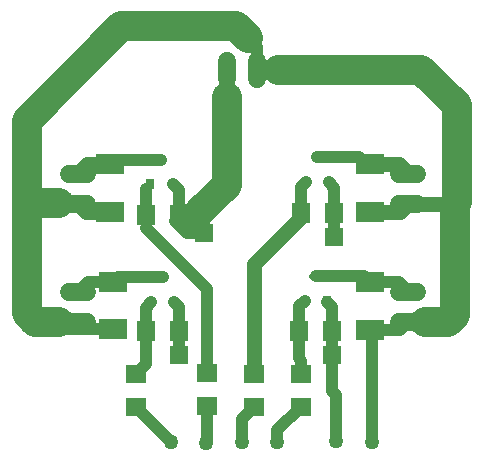
<source format=gbr>
G04 EAGLE Gerber RS-274X export*
G75*
%MOMM*%
%FSLAX34Y34*%
%LPD*%
%INBottom Copper*%
%IPPOS*%
%AMOC8*
5,1,8,0,0,1.08239X$1,22.5*%
G01*
%ADD10R,2.400000X1.800000*%
%ADD11C,1.270000*%
%ADD12C,1.524000*%
%ADD13R,0.800000X0.900000*%
%ADD14R,1.800000X1.600000*%
%ADD15R,1.600000X1.800000*%
%ADD16C,1.016000*%
%ADD17C,0.609600*%
%ADD18C,1.270000*%
%ADD19C,2.540000*%
%ADD20R,1.500000X1.500000*%


D10*
X-96346Y212904D03*
X-96346Y253404D03*
X-96316Y112747D03*
X-96316Y153247D03*
X-316234Y212618D03*
X-316234Y253118D03*
X-313705Y113318D03*
X-313705Y153818D03*
D11*
X-204725Y17668D03*
X-174771Y17811D03*
X-234958Y17557D03*
X-264813Y17704D03*
X-125156Y18944D03*
D12*
X-71563Y245227D02*
X-56323Y245227D01*
X-56323Y219827D02*
X-71563Y219827D01*
X-71458Y145250D02*
X-56218Y145250D01*
X-56218Y119850D02*
X-71458Y119850D01*
X-336227Y245219D02*
X-351467Y245219D01*
X-351467Y219819D02*
X-336227Y219819D01*
X-336305Y145252D02*
X-351545Y145252D01*
X-351545Y119852D02*
X-336305Y119852D01*
D13*
X-150338Y238072D03*
X-131338Y238072D03*
X-140838Y259072D03*
X-151705Y137736D03*
X-132705Y137736D03*
X-142205Y158736D03*
X-282379Y236156D03*
X-263379Y236156D03*
X-272879Y257156D03*
X-281392Y136554D03*
X-262392Y136554D03*
X-271892Y157554D03*
D14*
X-194703Y47890D03*
X-194703Y75890D03*
D15*
X-126505Y211823D03*
X-154505Y211823D03*
D14*
X-154644Y47911D03*
X-154644Y75911D03*
D15*
X-128655Y112397D03*
X-156655Y112397D03*
D14*
X-234568Y48159D03*
X-234568Y76159D03*
D15*
X-258177Y210531D03*
X-286177Y210531D03*
D14*
X-294637Y47987D03*
X-294637Y75987D03*
D15*
X-258246Y112040D03*
X-286246Y112040D03*
D11*
X-94385Y18405D03*
D12*
X-192300Y325670D02*
X-192300Y340910D01*
X-217700Y340910D02*
X-217700Y325670D01*
D16*
X-194703Y47890D02*
X-204725Y37868D01*
X-204725Y17668D01*
X-154505Y233905D02*
X-150338Y238072D01*
X-154505Y233905D02*
X-154505Y211823D01*
D17*
X-155971Y213290D01*
D18*
X-194703Y168587D02*
X-194703Y75890D01*
X-155971Y207319D02*
X-155971Y213290D01*
X-155971Y207319D02*
X-194703Y168587D01*
X-72120Y253404D02*
X-63943Y245227D01*
X-72120Y253404D02*
X-96346Y253404D01*
D17*
X-100114Y253404D01*
D16*
X-105782Y259072D02*
X-140838Y259072D01*
X-105782Y259072D02*
X-100114Y253404D01*
D17*
X-258177Y213290D02*
X-258177Y210531D01*
X-262392Y136554D02*
X-262392Y135682D01*
X-132705Y136383D02*
X-132705Y137736D01*
X-132705Y136383D02*
X-132705Y135995D01*
D16*
X-217700Y310000D02*
X-217700Y333290D01*
D19*
X-217700Y310000D02*
X-217700Y270000D01*
X-217700Y235590D01*
X-240000Y213290D01*
D18*
X-258177Y213290D01*
D20*
X-126532Y191267D03*
X-128830Y91618D03*
X-237226Y195371D03*
X-258315Y91484D03*
D16*
X-126532Y211795D02*
X-126505Y211823D01*
X-126532Y211795D02*
X-126532Y191267D01*
X-126505Y211823D02*
X-126505Y233239D01*
X-131338Y238072D01*
X-258177Y230955D02*
X-258177Y210531D01*
X-258177Y230955D02*
X-263379Y236156D01*
X-258246Y132408D02*
X-258246Y112040D01*
X-258246Y132408D02*
X-262392Y136554D01*
X-128655Y132333D02*
X-128655Y112397D01*
X-128655Y132333D02*
X-132705Y136383D01*
X-128830Y112222D02*
X-128830Y91618D01*
X-128830Y112222D02*
X-128655Y112397D01*
X-125156Y57434D02*
X-125156Y18944D01*
X-128830Y61107D02*
X-128830Y91618D01*
X-128830Y61107D02*
X-125156Y57434D01*
X-258315Y91484D02*
X-258315Y111972D01*
X-258246Y112040D01*
X-237226Y195371D02*
X-252386Y210531D01*
X-258177Y210531D01*
X-237226Y210516D02*
X-237226Y195371D01*
X-237226Y210516D02*
X-240000Y213290D01*
X-237226Y195371D02*
X-251339Y195371D01*
X-261146Y205178D01*
D18*
X-70866Y212904D02*
X-63943Y219827D01*
X-70866Y212904D02*
X-96346Y212904D01*
X-336646Y212618D02*
X-343847Y219819D01*
X-336646Y212618D02*
X-316234Y212618D01*
D19*
X-52860Y333290D02*
X-22860Y303290D01*
X-22860Y221022D01*
D16*
X-343847Y219819D02*
X-350611Y219819D01*
X-94385Y110816D02*
X-94385Y18405D01*
X-94385Y110816D02*
X-96316Y112747D01*
X-70941Y112747D01*
X-63838Y119850D01*
D18*
X-63943Y219827D02*
X-24055Y219827D01*
X-22860Y221022D01*
X-56878Y219827D02*
X-63943Y219827D01*
D16*
X-174307Y333290D02*
X-192300Y333290D01*
X-174307Y333290D02*
X-174190Y333173D01*
X-192300Y333290D02*
X-192300Y352300D01*
X-200000Y360000D01*
D19*
X-174307Y333290D02*
X-52860Y333290D01*
X-24055Y219827D02*
X-24055Y125945D01*
X-30000Y120000D01*
X-200000Y360000D02*
X-210000Y370000D01*
X-307140Y370000D02*
X-387140Y290000D01*
X-387140Y220000D01*
X-387140Y127140D01*
X-380000Y120000D01*
X-307140Y370000D02*
X-210000Y370000D01*
X-50000Y120000D02*
X-30000Y120000D01*
D16*
X-50150Y119850D02*
X-63838Y119850D01*
X-50150Y119850D02*
X-50000Y120000D01*
D19*
X-360000Y120000D02*
X-380000Y120000D01*
D16*
X-344073Y120000D02*
X-343925Y119852D01*
X-344073Y120000D02*
X-360000Y120000D01*
D19*
X-360000Y220000D02*
X-387140Y220000D01*
D16*
X-344028Y220000D02*
X-343847Y219819D01*
X-344028Y220000D02*
X-360000Y220000D01*
X-337391Y113318D02*
X-313705Y113318D01*
X-337391Y113318D02*
X-343925Y119852D01*
X-353318Y113318D02*
X-313705Y113318D01*
X-353318Y113318D02*
X-360000Y120000D01*
D17*
X-156655Y112397D02*
X-154644Y110385D01*
D16*
X-156655Y112397D02*
X-156655Y132786D01*
X-151705Y137736D01*
X-154644Y86723D02*
X-154644Y75911D01*
X-154644Y86723D02*
X-156790Y88870D01*
X-156790Y108239D01*
X-154644Y110385D01*
D17*
X-145446Y158736D02*
X-142205Y158736D01*
D16*
X-71835Y153247D02*
X-63838Y145250D01*
X-71835Y153247D02*
X-96316Y153247D01*
X-101805Y158736D02*
X-142205Y158736D01*
X-101805Y158736D02*
X-96316Y153247D01*
X-174771Y27784D02*
X-174771Y17811D01*
X-174771Y27784D02*
X-154644Y47911D01*
D17*
X-286177Y232358D02*
X-282379Y236156D01*
D16*
X-286177Y232358D02*
X-286177Y210531D01*
X-234568Y147858D02*
X-234568Y76159D01*
X-234568Y147858D02*
X-286177Y199467D01*
D17*
X-286177Y210531D01*
D18*
X-335947Y253118D02*
X-343847Y245219D01*
X-335947Y253118D02*
X-316234Y253118D01*
D16*
X-312196Y257156D02*
X-272879Y257156D01*
X-312196Y257156D02*
X-316234Y253118D01*
X-294637Y47528D02*
X-264813Y17704D01*
D17*
X-294637Y47528D02*
X-294637Y47987D01*
D16*
X-286246Y131700D02*
X-281392Y136554D01*
X-286246Y131700D02*
X-286246Y112040D01*
D17*
X-286246Y102040D01*
D16*
X-286246Y84378D02*
X-294637Y75987D01*
X-286246Y84378D02*
X-286246Y112040D01*
D17*
X-313705Y153818D02*
X-320529Y153818D01*
D16*
X-335359Y153818D02*
X-343925Y145252D01*
X-335359Y153818D02*
X-313705Y153818D01*
X-309969Y157554D02*
X-271892Y157554D01*
X-309969Y157554D02*
X-313705Y153818D01*
X-234568Y48159D02*
X-234568Y17946D01*
D17*
X-234958Y17557D01*
M02*

</source>
